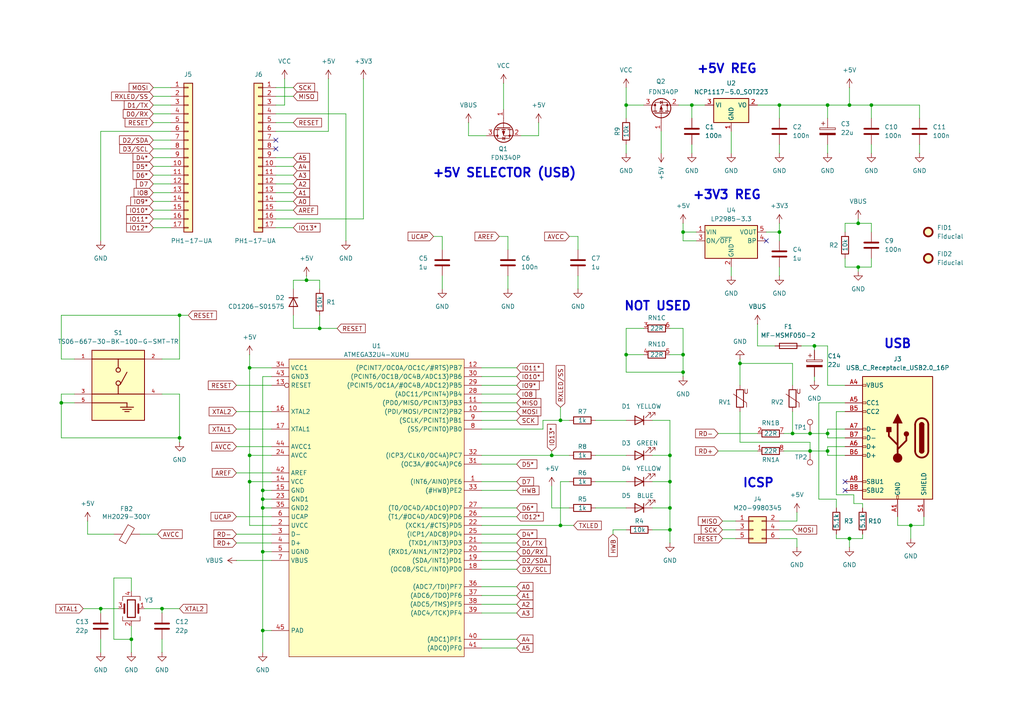
<source format=kicad_sch>
(kicad_sch (version 20231120) (generator "eeschema") (generator_version "8.0")
  (paper "A4")
  (title_block (title "Arduino Micro") (date "2024-05-24") (rev "1") (company "Carlos Sabogal"))
  (junction (at 246.38 30.48))
  (junction (at 162.56 121.92))
  (junction (at 72.39 106.68))
  (junction (at 72.39 132.08))
  (junction (at 181.61 102.87))
  (junction (at 92.71 95.25))
  (junction (at 38.1 185.42))
  (junction (at 252.73 30.48))
  (junction (at 246.38 156.21))
  (junction (at 76.2 182.88))
  (junction (at 194.31 153.67))
  (junction (at 17.78 116.84))
  (junction (at 181.61 30.48))
  (junction (at 236.22 100.33))
  (junction (at 194.31 147.32))
  (junction (at 198.12 102.87))
  (junction (at 52.07 127))
  (junction (at 76.2 147.32))
  (junction (at 160.02 132.08))
  (junction (at 198.12 107.95))
  (junction (at 264.16 152.4))
  (junction (at 248.92 64.77))
  (junction (at 214.63 105.41))
  (junction (at 88.9 81.28))
  (junction (at 194.31 139.7))
  (junction (at 240.03 30.48))
  (junction (at 234.95 130.81))
  (junction (at 198.12 67.31))
  (junction (at 248.92 77.47))
  (junction (at 194.31 132.08))
  (junction (at 76.2 142.24))
  (junction (at 226.06 30.48))
  (junction (at 29.21 176.53))
  (junction (at 229.87 125.73))
  (junction (at 234.95 125.73))
  (junction (at 240.03 125.73))
  (junction (at 162.56 152.4))
  (junction (at 200.66 30.48))
  (junction (at 46.99 176.53))
  (junction (at 240.03 130.81))
  (junction (at 72.39 139.7))
  (junction (at 76.2 160.02))
  (junction (at 52.07 91.44))
  (junction (at 226.06 67.31))
  (junction (at 76.2 144.78))
  (no_connect (at 80.01 40.64))
  (no_connect (at 245.11 142.24))
  (no_connect (at 245.11 139.7))
  (no_connect (at 80.01 43.18))
  (no_connect (at 222.25 69.85))
  (wire (pts (xy 17.78 116.84) (xy 21.59 116.84)))
  (wire (pts (xy 76.2 144.78) (xy 76.2 142.24)))
  (wire (pts (xy 76.2 182.88) (xy 78.74 182.88)))
  (wire (pts (xy 52.07 104.14) (xy 46.99 104.14)))
  (wire (pts (xy 181.61 102.87) (xy 181.61 107.95)))
  (wire (pts (xy 95.25 22.86) (xy 95.25 38.1)))
  (wire (pts (xy 232.41 100.33) (xy 236.22 100.33)))
  (wire (pts (xy 246.38 156.21) (xy 246.38 158.75)))
  (wire (pts (xy 33.02 167.64) (xy 33.02 185.42)))
  (wire (pts (xy 181.61 41.91) (xy 181.61 44.45)))
  (wire (pts (xy 80.01 55.88) (xy 85.09 55.88)))
  (wire (pts (xy 140.97 39.37) (xy 135.89 39.37)))
  (wire (pts (xy 236.22 100.33) (xy 240.03 100.33)))
  (wire (pts (xy 252.73 64.77) (xy 248.92 64.77)))
  (wire (pts (xy 227.33 130.81) (xy 234.95 130.81)))
  (wire (pts (xy 198.12 102.87) (xy 194.31 102.87)))
  (wire (pts (xy 198.12 107.95) (xy 198.12 102.87)))
  (wire (pts (xy 226.06 69.85) (xy 226.06 67.31)))
  (wire (pts (xy 17.78 116.84) (xy 17.78 114.3)))
  (wire (pts (xy 177.8 154.94) (xy 177.8 153.67)))
  (wire (pts (xy 198.12 64.77) (xy 198.12 67.31)))
  (wire (pts (xy 209.55 151.13) (xy 213.36 151.13)))
  (wire (pts (xy 226.06 80.01) (xy 226.06 77.47)))
  (wire (pts (xy 76.2 142.24) (xy 78.74 142.24)))
  (wire (pts (xy 24.13 176.53) (xy 29.21 176.53)))
  (wire (pts (xy 186.69 95.25) (xy 181.61 95.25)))
  (wire (pts (xy 85.09 91.44) (xy 85.09 95.25)))
  (wire (pts (xy 248.92 64.77) (xy 245.11 64.77)))
  (wire (pts (xy 157.48 124.46) (xy 157.48 121.92)))
  (wire (pts (xy 105.41 22.86) (xy 105.41 63.5)))
  (wire (pts (xy 252.73 64.77) (xy 252.73 67.31)))
  (wire (pts (xy 78.74 152.4) (xy 72.39 152.4)))
  (wire (pts (xy 92.71 83.82) (xy 92.71 81.28)))
  (wire (pts (xy 245.11 119.38) (xy 242.57 119.38)))
  (wire (pts (xy 29.21 38.1) (xy 29.21 69.85)))
  (wire (pts (xy 139.7 109.22) (xy 149.86 109.22)))
  (wire (pts (xy 200.66 34.29) (xy 200.66 30.48)))
  (wire (pts (xy 240.03 127) (xy 240.03 125.73)))
  (wire (pts (xy 194.31 95.25) (xy 198.12 95.25)))
  (wire (pts (xy 144.78 68.58) (xy 147.32 68.58)))
  (wire (pts (xy 80.01 50.8) (xy 85.09 50.8)))
  (wire (pts (xy 33.02 185.42) (xy 38.1 185.42)))
  (wire (pts (xy 52.07 114.3) (xy 52.07 127)))
  (wire (pts (xy 88.9 80.01) (xy 88.9 81.28)))
  (wire (pts (xy 147.32 83.82) (xy 147.32 80.01)))
  (wire (pts (xy 44.45 63.5) (xy 49.53 63.5)))
  (wire (pts (xy 44.45 58.42) (xy 49.53 58.42)))
  (wire (pts (xy 229.87 111.76) (xy 229.87 105.41)))
  (wire (pts (xy 246.38 30.48) (xy 240.03 30.48)))
  (wire (pts (xy 44.45 33.02) (xy 49.53 33.02)))
  (wire (pts (xy 246.38 156.21) (xy 250.19 156.21)))
  (wire (pts (xy 267.97 152.4) (xy 267.97 149.86)))
  (wire (pts (xy 46.99 189.23) (xy 46.99 185.42)))
  (wire (pts (xy 128.27 83.82) (xy 128.27 80.01)))
  (wire (pts (xy 240.03 44.45) (xy 240.03 41.91)))
  (wire (pts (xy 88.9 81.28) (xy 85.09 81.28)))
  (wire (pts (xy 72.39 106.68) (xy 72.39 132.08)))
  (wire (pts (xy 240.03 125.73) (xy 240.03 124.46)))
  (wire (pts (xy 234.95 130.81) (xy 240.03 130.81)))
  (wire (pts (xy 250.19 156.21) (xy 250.19 154.94)))
  (wire (pts (xy 246.38 25.4) (xy 246.38 30.48)))
  (wire (pts (xy 212.09 38.1) (xy 212.09 44.45)))
  (wire (pts (xy 227.33 125.73) (xy 229.87 125.73)))
  (wire (pts (xy 139.7 157.48) (xy 149.86 157.48)))
  (wire (pts (xy 68.58 157.48) (xy 78.74 157.48)))
  (wire (pts (xy 191.77 44.45) (xy 191.77 38.1)))
  (wire (pts (xy 72.39 139.7) (xy 72.39 132.08)))
  (wire (pts (xy 172.72 132.08) (xy 181.61 132.08)))
  (wire (pts (xy 44.45 35.56) (xy 49.53 35.56)))
  (wire (pts (xy 44.45 43.18) (xy 49.53 43.18)))
  (wire (pts (xy 245.11 116.84) (xy 237.49 116.84)))
  (wire (pts (xy 139.7 142.24) (xy 149.86 142.24)))
  (wire (pts (xy 97.79 95.25) (xy 92.71 95.25)))
  (wire (pts (xy 236.22 109.22) (xy 236.22 110.49)))
  (wire (pts (xy 248.92 78.74) (xy 248.92 77.47)))
  (wire (pts (xy 250.19 146.05) (xy 250.19 147.32)))
  (wire (pts (xy 139.7 119.38) (xy 149.86 119.38)))
  (wire (pts (xy 80.01 35.56) (xy 85.09 35.56)))
  (wire (pts (xy 78.74 144.78) (xy 76.2 144.78)))
  (wire (pts (xy 76.2 144.78) (xy 76.2 147.32)))
  (wire (pts (xy 245.11 77.47) (xy 245.11 74.93)))
  (wire (pts (xy 80.01 48.26) (xy 85.09 48.26)))
  (wire (pts (xy 219.71 93.98) (xy 219.71 100.33)))
  (wire (pts (xy 181.61 30.48) (xy 181.61 25.4)))
  (wire (pts (xy 52.07 127) (xy 17.78 127)))
  (wire (pts (xy 139.7 160.02) (xy 149.86 160.02)))
  (wire (pts (xy 160.02 147.32) (xy 160.02 140.97)))
  (wire (pts (xy 68.58 129.54) (xy 78.74 129.54)))
  (wire (pts (xy 242.57 143.51) (xy 247.65 143.51)))
  (wire (pts (xy 147.32 68.58) (xy 147.32 72.39)))
  (wire (pts (xy 38.1 181.61) (xy 38.1 185.42)))
  (wire (pts (xy 38.1 185.42) (xy 38.1 189.23)))
  (wire (pts (xy 266.7 44.45) (xy 266.7 41.91)))
  (wire (pts (xy 177.8 153.67) (xy 181.61 153.67)))
  (wire (pts (xy 44.45 66.04) (xy 49.53 66.04)))
  (wire (pts (xy 139.7 154.94) (xy 149.86 154.94)))
  (wire (pts (xy 219.71 130.81) (xy 208.28 130.81)))
  (wire (pts (xy 165.1 68.58) (xy 167.64 68.58)))
  (wire (pts (xy 198.12 69.85) (xy 198.12 67.31)))
  (wire (pts (xy 240.03 30.48) (xy 240.03 34.29)))
  (wire (pts (xy 162.56 152.4) (xy 166.37 152.4)))
  (wire (pts (xy 17.78 91.44) (xy 17.78 104.14)))
  (wire (pts (xy 72.39 139.7) (xy 78.74 139.7)))
  (wire (pts (xy 194.31 132.08) (xy 194.31 139.7)))
  (wire (pts (xy 46.99 177.8) (xy 46.99 176.53)))
  (wire (pts (xy 162.56 121.92) (xy 165.1 121.92)))
  (wire (pts (xy 85.09 81.28) (xy 85.09 83.82)))
  (wire (pts (xy 135.89 35.56) (xy 135.89 39.37)))
  (wire (pts (xy 80.01 45.72) (xy 85.09 45.72)))
  (wire (pts (xy 25.4 151.13) (xy 25.4 154.94)))
  (wire (pts (xy 17.78 104.14) (xy 21.59 104.14)))
  (wire (pts (xy 198.12 67.31) (xy 201.93 67.31)))
  (wire (pts (xy 125.73 68.58) (xy 128.27 68.58)))
  (wire (pts (xy 139.7 149.86) (xy 149.86 149.86)))
  (wire (pts (xy 17.78 114.3) (xy 21.59 114.3)))
  (wire (pts (xy 226.06 44.45) (xy 226.06 41.91)))
  (wire (pts (xy 139.7 134.62) (xy 149.86 134.62)))
  (wire (pts (xy 222.25 67.31) (xy 226.06 67.31)))
  (wire (pts (xy 78.74 109.22) (xy 76.2 109.22)))
  (wire (pts (xy 252.73 77.47) (xy 252.73 74.93)))
  (wire (pts (xy 181.61 102.87) (xy 186.69 102.87)))
  (wire (pts (xy 234.95 125.73) (xy 240.03 125.73)))
  (wire (pts (xy 260.35 149.86) (xy 260.35 152.4)))
  (wire (pts (xy 128.27 68.58) (xy 128.27 72.39)))
  (wire (pts (xy 80.01 53.34) (xy 85.09 53.34)))
  (wire (pts (xy 156.21 35.56) (xy 156.21 39.37)))
  (wire (pts (xy 214.63 111.76) (xy 214.63 105.41)))
  (wire (pts (xy 85.09 95.25) (xy 92.71 95.25)))
  (wire (pts (xy 139.7 124.46) (xy 157.48 124.46)))
  (wire (pts (xy 242.57 147.32) (xy 242.57 144.78)))
  (wire (pts (xy 226.06 64.77) (xy 226.06 67.31)))
  (wire (pts (xy 226.06 153.67) (xy 229.87 153.67)))
  (wire (pts (xy 29.21 189.23) (xy 29.21 185.42)))
  (wire (pts (xy 172.72 121.92) (xy 181.61 121.92)))
  (wire (pts (xy 29.21 177.8) (xy 29.21 176.53)))
  (wire (pts (xy 82.55 30.48) (xy 80.01 30.48)))
  (wire (pts (xy 181.61 107.95) (xy 198.12 107.95)))
  (wire (pts (xy 52.07 128.27) (xy 52.07 127)))
  (wire (pts (xy 219.71 30.48) (xy 226.06 30.48)))
  (wire (pts (xy 248.92 77.47) (xy 252.73 77.47)))
  (wire (pts (xy 260.35 152.4) (xy 264.16 152.4)))
  (wire (pts (xy 189.23 121.92) (xy 194.31 121.92)))
  (wire (pts (xy 92.71 81.28) (xy 88.9 81.28)))
  (wire (pts (xy 41.91 176.53) (xy 46.99 176.53)))
  (wire (pts (xy 139.7 185.42) (xy 149.86 185.42)))
  (wire (pts (xy 209.55 153.67) (xy 213.36 153.67)))
  (wire (pts (xy 139.7 175.26) (xy 149.86 175.26)))
  (wire (pts (xy 68.58 137.16) (xy 78.74 137.16)))
  (wire (pts (xy 78.74 106.68) (xy 72.39 106.68)))
  (wire (pts (xy 25.4 154.94) (xy 33.02 154.94)))
  (wire (pts (xy 49.53 38.1) (xy 29.21 38.1)))
  (wire (pts (xy 172.72 147.32) (xy 181.61 147.32)))
  (wire (pts (xy 237.49 116.84) (xy 237.49 144.78)))
  (wire (pts (xy 72.39 132.08) (xy 78.74 132.08)))
  (wire (pts (xy 92.71 95.25) (xy 92.71 91.44)))
  (wire (pts (xy 38.1 167.64) (xy 33.02 167.64)))
  (wire (pts (xy 44.45 27.94) (xy 49.53 27.94)))
  (wire (pts (xy 264.16 152.4) (xy 267.97 152.4)))
  (wire (pts (xy 139.7 116.84) (xy 149.86 116.84)))
  (wire (pts (xy 266.7 30.48) (xy 266.7 34.29)))
  (wire (pts (xy 242.57 156.21) (xy 246.38 156.21)))
  (wire (pts (xy 40.64 154.94) (xy 45.72 154.94)))
  (wire (pts (xy 72.39 102.87) (xy 72.39 106.68)))
  (wire (pts (xy 78.74 160.02) (xy 76.2 160.02)))
  (wire (pts (xy 100.33 33.02) (xy 80.01 33.02)))
  (wire (pts (xy 162.56 152.4) (xy 139.7 152.4)))
  (wire (pts (xy 44.45 40.64) (xy 49.53 40.64)))
  (wire (pts (xy 139.7 170.18) (xy 149.86 170.18)))
  (wire (pts (xy 165.1 139.7) (xy 162.56 139.7)))
  (wire (pts (xy 139.7 111.76) (xy 149.86 111.76)))
  (wire (pts (xy 240.03 124.46) (xy 245.11 124.46)))
  (wire (pts (xy 139.7 121.92) (xy 149.86 121.92)))
  (wire (pts (xy 68.58 111.76) (xy 78.74 111.76)))
  (wire (pts (xy 200.66 44.45) (xy 200.66 41.91)))
  (wire (pts (xy 181.61 95.25) (xy 181.61 102.87)))
  (wire (pts (xy 139.7 172.72) (xy 149.86 172.72)))
  (wire (pts (xy 80.01 27.94) (xy 85.09 27.94)))
  (wire (pts (xy 194.31 153.67) (xy 194.31 147.32)))
  (wire (pts (xy 72.39 152.4) (xy 72.39 139.7)))
  (wire (pts (xy 252.73 30.48) (xy 252.73 34.29)))
  (wire (pts (xy 139.7 187.96) (xy 149.86 187.96)))
  (wire (pts (xy 229.87 125.73) (xy 229.87 119.38)))
  (wire (pts (xy 242.57 144.78) (xy 237.49 144.78)))
  (wire (pts (xy 236.22 101.6) (xy 236.22 100.33)))
  (wire (pts (xy 17.78 91.44) (xy 52.07 91.44)))
  (wire (pts (xy 44.45 48.26) (xy 49.53 48.26)))
  (wire (pts (xy 44.45 53.34) (xy 49.53 53.34)))
  (wire (pts (xy 194.31 157.48) (xy 194.31 153.67)))
  (wire (pts (xy 194.31 121.92) (xy 194.31 132.08)))
  (wire (pts (xy 248.92 63.5) (xy 248.92 64.77)))
  (wire (pts (xy 68.58 124.46) (xy 78.74 124.46)))
  (wire (pts (xy 242.57 119.38) (xy 242.57 143.51)))
  (wire (pts (xy 76.2 160.02) (xy 76.2 147.32)))
  (wire (pts (xy 189.23 153.67) (xy 194.31 153.67)))
  (wire (pts (xy 189.23 132.08) (xy 194.31 132.08)))
  (wire (pts (xy 231.14 148.59) (xy 231.14 151.13)))
  (wire (pts (xy 204.47 30.48) (xy 200.66 30.48)))
  (wire (pts (xy 214.63 119.38) (xy 214.63 128.27)))
  (wire (pts (xy 226.06 30.48) (xy 226.06 34.29)))
  (wire (pts (xy 189.23 139.7) (xy 194.31 139.7)))
  (wire (pts (xy 234.95 128.27) (xy 234.95 130.81)))
  (wire (pts (xy 139.7 177.8) (xy 149.86 177.8)))
  (wire (pts (xy 156.21 39.37) (xy 151.13 39.37)))
  (wire (pts (xy 146.05 24.13) (xy 146.05 31.75)))
  (wire (pts (xy 231.14 151.13) (xy 226.06 151.13)))
  (wire (pts (xy 44.45 25.4) (xy 49.53 25.4)))
  (wire (pts (xy 80.01 58.42) (xy 85.09 58.42)))
  (wire (pts (xy 157.48 121.92) (xy 162.56 121.92)))
  (wire (pts (xy 208.28 125.73) (xy 219.71 125.73)))
  (wire (pts (xy 231.14 156.21) (xy 226.06 156.21)))
  (wire (pts (xy 242.57 156.21) (xy 242.57 154.94)))
  (wire (pts (xy 219.71 100.33) (xy 224.79 100.33)))
  (wire (pts (xy 240.03 100.33) (xy 240.03 111.76)))
  (wire (pts (xy 44.45 55.88) (xy 49.53 55.88)))
  (wire (pts (xy 234.95 125.73) (xy 229.87 125.73)))
  (wire (pts (xy 46.99 114.3) (xy 52.07 114.3)))
  (wire (pts (xy 17.78 127) (xy 17.78 116.84)))
  (wire (pts (xy 198.12 109.22) (xy 198.12 107.95)))
  (wire (pts (xy 46.99 176.53) (xy 52.07 176.53)))
  (wire (pts (xy 181.61 34.29) (xy 181.61 30.48)))
  (wire (pts (xy 76.2 160.02) (xy 76.2 182.88)))
  (wire (pts (xy 240.03 129.54) (xy 245.11 129.54)))
  (wire (pts (xy 105.41 63.5) (xy 80.01 63.5)))
  (wire (pts (xy 139.7 165.1) (xy 149.86 165.1)))
  (wire (pts (xy 80.01 60.96) (xy 85.09 60.96)))
  (wire (pts (xy 214.63 128.27) (xy 234.95 128.27)))
  (wire (pts (xy 44.45 45.72) (xy 49.53 45.72)))
  (wire (pts (xy 181.61 30.48) (xy 186.69 30.48)))
  (wire (pts (xy 167.64 68.58) (xy 167.64 72.39)))
  (wire (pts (xy 76.2 109.22) (xy 76.2 142.24)))
  (wire (pts (xy 245.11 77.47) (xy 248.92 77.47)))
  (wire (pts (xy 245.11 64.77) (xy 245.11 67.31)))
  (wire (pts (xy 165.1 132.08) (xy 160.02 132.08)))
  (wire (pts (xy 246.38 30.48) (xy 252.73 30.48)))
  (wire (pts (xy 172.72 139.7) (xy 181.61 139.7)))
  (wire (pts (xy 68.58 119.38) (xy 78.74 119.38)))
  (wire (pts (xy 162.56 118.11) (xy 162.56 121.92)))
  (wire (pts (xy 52.07 91.44) (xy 52.07 104.14)))
  (wire (pts (xy 264.16 152.4) (xy 264.16 156.21)))
  (wire (pts (xy 139.7 147.32) (xy 149.86 147.32)))
  (wire (pts (xy 139.7 106.68) (xy 149.86 106.68)))
  (wire (pts (xy 80.01 25.4) (xy 85.09 25.4)))
  (wire (pts (xy 247.65 146.05) (xy 250.19 146.05)))
  (wire (pts (xy 78.74 147.32) (xy 76.2 147.32)))
  (wire (pts (xy 198.12 95.25) (xy 198.12 102.87)))
  (wire (pts (xy 162.56 139.7) (xy 162.56 152.4)))
  (wire (pts (xy 240.03 132.08) (xy 240.03 130.81)))
  (wire (pts (xy 247.65 143.51) (xy 247.65 146.05)))
  (wire (pts (xy 209.55 156.21) (xy 213.36 156.21)))
  (wire (pts (xy 212.09 80.01) (xy 212.09 77.47)))
  (wire (pts (xy 165.1 147.32) (xy 160.02 147.32)))
  (wire (pts (xy 44.45 30.48) (xy 49.53 30.48)))
  (wire (pts (xy 52.07 91.44) (xy 54.61 91.44)))
  (wire (pts (xy 44.45 60.96) (xy 49.53 60.96)))
  (wire (pts (xy 139.7 162.56) (xy 149.86 162.56)))
  (wire (pts (xy 214.63 105.41) (xy 229.87 105.41)))
  (wire (pts (xy 44.45 50.8) (xy 49.53 50.8)))
  (wire (pts (xy 95.25 38.1) (xy 80.01 38.1)))
  (wire (pts (xy 80.01 66.04) (xy 85.09 66.04)))
  (wire (pts (xy 194.31 139.7) (xy 194.31 147.32)))
  (wire (pts (xy 189.23 147.32) (xy 194.31 147.32)))
  (wire (pts (xy 252.73 44.45) (xy 252.73 41.91)))
  (wire (pts (xy 201.93 69.85) (xy 198.12 69.85)))
  (wire (pts (xy 139.7 139.7) (xy 149.86 139.7)))
  (wire (pts (xy 68.58 149.86) (xy 78.74 149.86)))
  (wire (pts (xy 82.55 22.86) (xy 82.55 30.48)))
  (wire (pts (xy 231.14 156.21) (xy 231.14 158.75)))
  (wire (pts (xy 240.03 111.76) (xy 245.11 111.76)))
  (wire (pts (xy 29.21 176.53) (xy 34.29 176.53)))
  (wire (pts (xy 196.85 30.48) (xy 200.66 30.48)))
  (wire (pts (xy 245.11 127) (xy 240.03 127)))
  (wire (pts (xy 240.03 130.81) (xy 240.03 129.54)))
  (wire (pts (xy 68.58 162.56) (xy 78.74 162.56)))
  (wire (pts (xy 240.03 30.48) (xy 226.06 30.48)))
  (wire (pts (xy 68.58 154.94) (xy 78.74 154.94)))
  (wire (pts (xy 252.73 30.48) (xy 266.7 30.48)))
  (wire (pts (xy 139.7 114.3) (xy 149.86 114.3)))
  (wire (pts (xy 167.64 83.82) (xy 167.64 80.01)))
  (wire (pts (xy 160.02 132.08) (xy 139.7 132.08)))
  (wire (pts (xy 100.33 69.85) (xy 100.33 33.02)))
  (wire (pts (xy 76.2 182.88) (xy 76.2 189.23)))
  (wire (pts (xy 214.63 104.14) (xy 214.63 105.41)))
  (wire (pts (xy 160.02 130.81) (xy 160.02 132.08)))
  (wire (pts (xy 245.11 132.08) (xy 240.03 132.08)))
  (wire (pts (xy 38.1 171.45) (xy 38.1 167.64)))
  (text "ICSP" (at 219.964 140.208 0) (effects (font (size 2.54 2.54) (thickness 0.508) (bold yes))))
  (text "+3V3 REG" (at 210.82 56.642 0) (effects (font (size 2.54 2.54) (thickness 0.508) (bold yes))))
  (text "+5V REG" (at 210.82 20.066 0) (effects (font (size 2.54 2.54) (thickness 0.508) (bold yes))))
  (text "NOT USED" (at 190.754 88.9 0) (effects (font (size 2.54 2.54) (thickness 0.508) (bold yes))))
  (text "USB" (at 260.35 99.822 0) (effects (font (size 2.54 2.54) (thickness 0.508) (bold yes))))
  (text "+5V SELECTOR (USB)" (at 146.304 50.292 0) (effects (font (size 2.54 2.54) (thickness 0.508) (bold yes))))
  (global_label "A5" (shape input) (at 149.86 187.96 0) (property "Intersheetrefs" "${INTERSHEET_REFS}" (effects (hide yes))))
  (global_label "MISO" (shape input) (at 209.55 151.13 180) (property "Intersheetrefs" "${INTERSHEET_REFS}" (effects (hide yes))))
  (global_label "XTAL1" (shape input) (at 24.13 176.53 180) (property "Intersheetrefs" "${INTERSHEET_REFS}" (effects (hide yes))))
  (global_label "D1{slash}TX" (shape input) (at 149.86 157.48 0) (property "Intersheetrefs" "${INTERSHEET_REFS}" (effects (hide yes))))
  (global_label "SCK" (shape input) (at 85.09 25.4 0) (property "Intersheetrefs" "${INTERSHEET_REFS}" (effects (hide yes))))
  (global_label "A4" (shape input) (at 149.86 185.42 0) (property "Intersheetrefs" "${INTERSHEET_REFS}" (effects (hide yes))))
  (global_label "RESET" (shape input) (at 209.55 156.21 180) (property "Intersheetrefs" "${INTERSHEET_REFS}" (effects (hide yes))))
  (global_label "MISO" (shape input) (at 85.09 27.94 0) (property "Intersheetrefs" "${INTERSHEET_REFS}" (effects (hide yes))))
  (global_label "D6*" (shape input) (at 149.86 147.32 0) (property "Intersheetrefs" "${INTERSHEET_REFS}" (effects (hide yes))))
  (global_label "IO12*" (shape input) (at 149.86 149.86 0) (property "Intersheetrefs" "${INTERSHEET_REFS}" (effects (hide yes))))
  (global_label "RXLED{slash}SS" (shape input) (at 44.45 27.94 180) (property "Intersheetrefs" "${INTERSHEET_REFS}" (effects (hide yes))))
  (global_label "MISO" (shape input) (at 149.86 116.84 0) (property "Intersheetrefs" "${INTERSHEET_REFS}" (effects (hide yes))))
  (global_label "A0" (shape input) (at 85.09 58.42 0) (property "Intersheetrefs" "${INTERSHEET_REFS}" (effects (hide yes))))
  (global_label "RD-" (shape input) (at 208.28 125.73 180) (property "Intersheetrefs" "${INTERSHEET_REFS}" (effects (hide yes))))
  (global_label "D1{slash}TX" (shape input) (at 44.45 30.48 180) (property "Intersheetrefs" "${INTERSHEET_REFS}" (effects (hide yes))))
  (global_label "IO8" (shape input) (at 44.45 55.88 180) (property "Intersheetrefs" "${INTERSHEET_REFS}" (effects (hide yes))))
  (global_label "MOSI" (shape input) (at 229.87 153.67 0) (property "Intersheetrefs" "${INTERSHEET_REFS}" (effects (hide yes))))
  (global_label "RD+" (shape input) (at 68.58 157.48 180) (property "Intersheetrefs" "${INTERSHEET_REFS}" (effects (hide yes))))
  (global_label "IO8" (shape input) (at 149.86 114.3 0) (property "Intersheetrefs" "${INTERSHEET_REFS}" (effects (hide yes))))
  (global_label "MOSI" (shape input) (at 149.86 119.38 0) (property "Intersheetrefs" "${INTERSHEET_REFS}" (effects (hide yes))))
  (global_label "A3" (shape input) (at 85.09 50.8 0) (property "Intersheetrefs" "${INTERSHEET_REFS}" (effects (hide yes))))
  (global_label "D5*" (shape input) (at 44.45 48.26 180) (property "Intersheetrefs" "${INTERSHEET_REFS}" (effects (hide yes))))
  (global_label "D6*" (shape input) (at 44.45 50.8 180) (property "Intersheetrefs" "${INTERSHEET_REFS}" (effects (hide yes))))
  (global_label "RXLED{slash}SS" (shape input) (at 162.56 118.11 90) (property "Intersheetrefs" "${INTERSHEET_REFS}" (effects (hide yes))))
  (global_label "AVCC" (shape input) (at 165.1 68.58 180) (property "Intersheetrefs" "${INTERSHEET_REFS}" (effects (hide yes))))
  (global_label "RESET" (shape input) (at 54.61 91.44 0) (property "Intersheetrefs" "${INTERSHEET_REFS}" (effects (hide yes))))
  (global_label "D2{slash}SDA" (shape input) (at 44.45 40.64 180) (property "Intersheetrefs" "${INTERSHEET_REFS}" (effects (hide yes))))
  (global_label "IO11*" (shape input) (at 149.86 106.68 0) (property "Intersheetrefs" "${INTERSHEET_REFS}" (effects (hide yes))))
  (global_label "A5" (shape input) (at 85.09 45.72 0) (property "Intersheetrefs" "${INTERSHEET_REFS}" (effects (hide yes))))
  (global_label "IO13*" (shape input) (at 85.09 66.04 0) (property "Intersheetrefs" "${INTERSHEET_REFS}" (effects (hide yes))))
  (global_label "A1" (shape input) (at 85.09 55.88 0) (property "Intersheetrefs" "${INTERSHEET_REFS}" (effects (hide yes))))
  (global_label "IO13*" (shape input) (at 160.02 130.81 90) (property "Intersheetrefs" "${INTERSHEET_REFS}" (effects (hide yes))))
  (global_label "D3{slash}SCL" (shape input) (at 44.45 43.18 180) (property "Intersheetrefs" "${INTERSHEET_REFS}" (effects (hide yes))))
  (global_label "RD-" (shape input) (at 68.58 154.94 180) (property "Intersheetrefs" "${INTERSHEET_REFS}" (effects (hide yes))))
  (global_label "XTAL1" (shape input) (at 68.58 124.46 180) (property "Intersheetrefs" "${INTERSHEET_REFS}" (effects (hide yes))))
  (global_label "A2" (shape input) (at 85.09 53.34 0) (property "Intersheetrefs" "${INTERSHEET_REFS}" (effects (hide yes))))
  (global_label "D7" (shape input) (at 44.45 53.34 180) (property "Intersheetrefs" "${INTERSHEET_REFS}" (effects (hide yes))))
  (global_label "UCAP" (shape input) (at 125.73 68.58 180) (property "Intersheetrefs" "${INTERSHEET_REFS}" (effects (hide yes))))
  (global_label "D5*" (shape input) (at 149.86 134.62 0) (property "Intersheetrefs" "${INTERSHEET_REFS}" (effects (hide yes))))
  (global_label "RESET" (shape input) (at 44.45 35.56 180) (property "Intersheetrefs" "${INTERSHEET_REFS}" (effects (hide yes))))
  (global_label "AREF" (shape input) (at 85.09 60.96 0) (property "Intersheetrefs" "${INTERSHEET_REFS}" (effects (hide yes))))
  (global_label "RESET" (shape input) (at 85.09 35.56 0) (property "Intersheetrefs" "${INTERSHEET_REFS}" (effects (hide yes))))
  (global_label "D0{slash}RX" (shape input) (at 44.45 33.02 180) (property "Intersheetrefs" "${INTERSHEET_REFS}" (effects (hide yes))))
  (global_label "AVCC" (shape input) (at 45.72 154.94 0) (property "Intersheetrefs" "${INTERSHEET_REFS}" (effects (hide yes))))
  (global_label "A3" (shape input) (at 149.86 177.8 0) (property "Intersheetrefs" "${INTERSHEET_REFS}" (effects (hide yes))))
  (global_label "AVCC" (shape input) (at 68.58 129.54 180) (property "Intersheetrefs" "${INTERSHEET_REFS}" (effects (hide yes))))
  (global_label "UCAP" (shape input) (at 68.58 149.86 180) (property "Intersheetrefs" "${INTERSHEET_REFS}" (effects (hide yes))))
  (global_label "XTAL2" (shape input) (at 68.58 119.38 180) (property "Intersheetrefs" "${INTERSHEET_REFS}" (effects (hide yes))))
  (global_label "A4" (shape input) (at 85.09 48.26 0) (property "Intersheetrefs" "${INTERSHEET_REFS}" (effects (hide yes))))
  (global_label "IO11*" (shape input) (at 44.45 63.5 180) (property "Intersheetrefs" "${INTERSHEET_REFS}" (effects (hide yes))))
  (global_label "A2" (shape input) (at 149.86 175.26 0) (property "Intersheetrefs" "${INTERSHEET_REFS}" (effects (hide yes))))
  (global_label "D3{slash}SCL" (shape input) (at 149.86 165.1 0) (property "Intersheetrefs" "${INTERSHEET_REFS}" (effects (hide yes))))
  (global_label "IO12*" (shape input) (at 44.45 66.04 180) (property "Intersheetrefs" "${INTERSHEET_REFS}" (effects (hide yes))))
  (global_label "MOSI" (shape input) (at 44.45 25.4 180) (property "Intersheetrefs" "${INTERSHEET_REFS}" (effects (hide yes))))
  (global_label "TXLED" (shape input) (at 166.37 152.4 0) (property "Intersheetrefs" "${INTERSHEET_REFS}" (effects (hide yes))))
  (global_label "D4*" (shape input) (at 44.45 45.72 180) (property "Intersheetrefs" "${INTERSHEET_REFS}" (effects (hide yes))))
  (global_label "D7" (shape input) (at 149.86 139.7 0) (property "Intersheetrefs" "${INTERSHEET_REFS}" (effects (hide yes))))
  (global_label "HWB" (shape input) (at 149.86 142.24 0) (property "Intersheetrefs" "${INTERSHEET_REFS}" (effects (hide yes))))
  (global_label "IO9*" (shape input) (at 44.45 58.42 180) (property "Intersheetrefs" "${INTERSHEET_REFS}" (effects (hide yes))))
  (global_label "IO9*" (shape input) (at 149.86 111.76 0) (property "Intersheetrefs" "${INTERSHEET_REFS}" (effects (hide yes))))
  (global_label "IO10*" (shape input) (at 44.45 60.96 180) (property "Intersheetrefs" "${INTERSHEET_REFS}" (effects (hide yes))))
  (global_label "IO10*" (shape input) (at 149.86 109.22 0) (property "Intersheetrefs" "${INTERSHEET_REFS}" (effects (hide yes))))
  (global_label "RESET" (shape input) (at 97.79 95.25 0) (property "Intersheetrefs" "${INTERSHEET_REFS}" (effects (hide yes))))
  (global_label "AREF" (shape input) (at 68.58 137.16 180) (property "Intersheetrefs" "${INTERSHEET_REFS}" (effects (hide yes))))
  (global_label "D0{slash}RX" (shape input) (at 149.86 160.02 0) (property "Intersheetrefs" "${INTERSHEET_REFS}" (effects (hide yes))))
  (global_label "RD+" (shape input) (at 208.28 130.81 180) (property "Intersheetrefs" "${INTERSHEET_REFS}" (effects (hide yes))))
  (global_label "SCK" (shape input) (at 149.86 121.92 0) (property "Intersheetrefs" "${INTERSHEET_REFS}" (effects (hide yes))))
  (global_label "SCK" (shape input) (at 209.55 153.67 180) (property "Intersheetrefs" "${INTERSHEET_REFS}" (effects (hide yes))))
  (global_label "A1" (shape input) (at 149.86 172.72 0) (property "Intersheetrefs" "${INTERSHEET_REFS}" (effects (hide yes))))
  (global_label "RESET" (shape input) (at 68.58 111.76 180) (property "Intersheetrefs" "${INTERSHEET_REFS}" (effects (hide yes))))
  (global_label "XTAL2" (shape input) (at 52.07 176.53 0) (property "Intersheetrefs" "${INTERSHEET_REFS}" (effects (hide yes))))
  (global_label "D2{slash}SDA" (shape input) (at 149.86 162.56 0) (property "Intersheetrefs" "${INTERSHEET_REFS}" (effects (hide yes))))
  (global_label "A0" (shape input) (at 149.86 170.18 0) (property "Intersheetrefs" "${INTERSHEET_REFS}" (effects (hide yes))))
  (global_label "D4*" (shape input) (at 149.86 154.94 0) (property "Intersheetrefs" "${INTERSHEET_REFS}" (effects (hide yes))))
  (global_label "AREF" (shape input) (at 144.78 68.58 180) (property "Intersheetrefs" "${INTERSHEET_REFS}" (effects (hide yes))))
  (global_label "HWB" (shape input) (at 177.8 154.94 270) (property "Intersheetrefs" "${INTERSHEET_REFS}" (effects (hide yes))))
  (symbol (lib_id "Device:Q_PMOS_GSD") (at 191.77 33.02 90) (unit 1)
    (property "Reference" "Q2" (at 193.04 23.622 90) (effects (justify left)))
    (property "Value" "FDN340P" (at 196.85 26.67 90) (effects (justify left)))
    (property "Footprint" "Package_TO_SOT_SMD:SC-59" (effects (hide yes)))
    (property "Description" "P-MOSFET transistor, gate/source/drain" (effects (hide yes)))
  )
  (symbol (lib_id "Mechanical:Fiducial") (at 269.24 74.93 0) (unit 1) (exclude_from_sim yes) (in_bom no)
    (property "Reference" "FID2" (at 271.78 73.6599 0) (effects (justify left)))
    (property "Value" "Fiducial" (at 271.78 76.1999 0) (effects (justify left)))
    (property "Footprint" "Fiducial:Fiducial_1mm_Mask2mm" (effects (hide yes)))
    (property "Description" "Fiducial Marker" (effects (hide yes)))
  )
  (symbol (lib_id "power:VCC") (at 82.55 22.86 0) (unit 1)
    (property "Reference" "#PWR041" (effects (hide yes)))
    (property "Value" "VCC" (at 82.55 17.78 0))
    (property "Description" "Power symbol creates a global label with name \"VCC\"" (effects (hide yes)))
  )
  (symbol (lib_id "power:GND") (at 212.09 44.45 0) (unit 1)
    (property "Reference" "#PWR054" (effects (hide yes)))
    (property "Value" "GND" (at 212.09 49.53 0))
    (property "Description" "Power symbol creates a global label with name \"GND\" , ground" (effects (hide yes)))
  )
  (symbol (lib_id "Connector:TestPoint") (at 234.95 125.73 0) (unit 1)
    (property "Reference" "TP1" (at 230.378 123.952 0) (effects (justify left)))
    (property "Value" "TestPoint" (effects (hide yes)))
    (property "Footprint" "TestPoint:TestPoint_Pad_D1.0mm" (effects (hide yes)))
    (property "Description" "test point" (effects (hide yes)))
  )
  (symbol (lib_id "Device:C") (at 167.64 76.2 0) (unit 1)
    (property "Reference" "C7" (at 171.45 74.9299 0) (effects (justify left)))
    (property "Value" "1u" (at 171.45 77.4699 0) (effects (justify left)))
    (property "Footprint" "Capacitor_SMD:C_0402_1005Metric" (effects (hide yes)))
    (property "Description" "Unpolarized capacitor" (effects (hide yes)))
  )
  (symbol (lib_id "power:GND") (at 212.09 80.01 0) (unit 1)
    (property "Reference" "#PWR010" (effects (hide yes)))
    (property "Value" "GND" (at 212.09 85.09 0))
    (property "Description" "Power symbol creates a global label with name \"GND\" , ground" (effects (hide yes)))
  )
  (symbol (lib_id "power:+5V") (at 191.77 44.45 180) (unit 1)
    (property "Reference" "#PWR040" (effects (hide yes)))
    (property "Value" "+5V" (at 191.7699 48.26 90) (effects (justify left)))
    (property "Description" "Power symbol creates a global label with name \"+5V\"" (effects (hide yes)))
  )
  (symbol (lib_id "power:GND") (at 29.21 189.23 0) (unit 1)
    (property "Reference" "#PWR019" (effects (hide yes)))
    (property "Value" "GND" (at 29.21 194.31 0))
    (property "Description" "Power symbol creates a global label with name \"GND\" , ground" (effects (hide yes)))
  )
  (symbol (lib_id "power:+5V") (at 88.9 80.01 0) (unit 1)
    (property "Reference" "#PWR04" (effects (hide yes)))
    (property "Value" "+5V" (at 88.9 74.93 0))
    (property "Description" "Power symbol creates a global label with name \"+5V\"" (effects (hide yes)))
  )
  (symbol (lib_id "Device:R") (at 250.19 151.13 0) (unit 1)
    (property "Reference" "R10" (at 253.746 151.13 0))
    (property "Value" "5.1k" (at 250.19 151.13 90))
    (property "Footprint" "Resistor_SMD:R_0402_1005Metric" (effects (hide yes)))
    (property "Description" "Resistor" (effects (hide yes)))
  )
  (symbol (lib_id "power:GND") (at 128.27 83.82 0) (unit 1)
    (property "Reference" "#PWR021" (effects (hide yes)))
    (property "Value" "GND" (at 128.27 88.9 0))
    (property "Description" "Power symbol creates a global label with name \"GND\" , ground" (effects (hide yes)))
  )
  (symbol (lib_id "power:GND") (at 194.31 157.48 0) (unit 1)
    (property "Reference" "#PWR05" (effects (hide yes)))
    (property "Value" "GND" (at 194.31 162.56 0))
    (property "Description" "Power symbol creates a global label with name \"GND\" , ground" (effects (hide yes)))
  )
  (symbol (lib_id "power:GND") (at 181.61 44.45 0) (unit 1)
    (property "Reference" "#PWR047" (effects (hide yes)))
    (property "Value" "GND" (at 181.61 49.53 0))
    (property "Description" "Power symbol creates a global label with name \"GND\" , ground" (effects (hide yes)))
  )
  (symbol (lib_id "Arduino Micro:ATMEGA32U4-XUMU") (at 83.82 190.5 0) (unit 1)
    (property "Reference" "U1" (at 109.22 100.33 0))
    (property "Value" "ATMEGA32U4-XUMU" (at 109.22 102.87 0))
    (property "Footprint" "Package_DFN_QFN:TQFN-44-1EP_7x7mm_P0.5mm_EP4.7x4.7mm" (effects (hide yes)))
  )
  (symbol (lib_id "Connector_Generic:Conn_01x17") (at 54.61 45.72 0) (unit 1)
    (property "Reference" "J5" (at 53.34 21.59 0) (effects (justify left)))
    (property "Value" "PH1-17-UA" (at 49.53 69.85 0) (effects (justify left)))
    (property "Footprint" "Connector_PinHeader_2.54mm:PinHeader_1x17_P2.54mm_Vertical" (effects (hide yes)))
    (property "Description" "Generic connector, single row, 01x17, script generated (kicad-library-utils/schlib/autogen/connector/)" (effects (hide yes)))
  )
  (symbol (lib_id "Device:C") (at 226.06 38.1 0) (unit 1)
    (property "Reference" "C2" (at 229.87 36.8299 0) (effects (justify left)))
    (property "Value" "100n" (at 229.87 39.3699 0) (effects (justify left)))
    (property "Footprint" "Capacitor_SMD:C_0402_1005Metric" (effects (hide yes)))
    (property "Description" "Unpolarized capacitor" (effects (hide yes)))
  )
  (symbol (lib_id "power:VBUS") (at 68.58 162.56 90) (unit 1)
    (property "Reference" "#PWR046" (effects (hide yes)))
    (property "Value" "VBUS" (at 64.77 162.5599 90) (effects (justify left)))
    (property "Description" "Power symbol creates a global label with name \"VBUS\"" (effects (hide yes)))
  )
  (symbol (lib_id "Device:R") (at 181.61 38.1 180) (unit 1)
    (property "Reference" "R9" (at 179.07 38.1 90))
    (property "Value" "10k" (at 181.61 38.1 90))
    (property "Footprint" "Resistor_SMD:R_0402_1005Metric" (effects (hide yes)))
    (property "Description" "Resistor" (effects (hide yes)))
  )
  (symbol (lib_id "Device:C") (at 266.7 38.1 0) (unit 1)
    (property "Reference" "C11" (at 270.51 36.8299 0) (effects (justify left)))
    (property "Value" "100n" (at 270.51 39.3699 0) (effects (justify left)))
    (property "Footprint" "Capacitor_SMD:C_0402_1005Metric" (effects (hide yes)))
    (property "Description" "Unpolarized capacitor" (effects (hide yes)))
  )
  (symbol (lib_id "Connector_Generic:Conn_02x03_Odd_Even") (at 218.44 153.67 0) (unit 1)
    (property "Reference" "J4" (at 219.71 144.78 0))
    (property "Value" "M20-9980345" (at 219.71 147.32 0))
    (property "Footprint" "Connector_PinHeader_2.54mm:PinHeader_2x03_P2.54mm_Vertical" (effects (hide yes)))
    (property "Description" "Generic connector, double row, 02x03, odd/even pin numbering scheme (row 1 odd numbers, row 2 even numbers), script generated (kicad-library-utils/schlib/autogen/connector/)" (effects (hide yes)))
  )
  (symbol (lib_id "power:GND") (at 147.32 83.82 0) (unit 1)
    (property "Reference" "#PWR025" (effects (hide yes)))
    (property "Value" "GND" (at 147.32 88.9 0))
    (property "Description" "Power symbol creates a global label with name \"GND\" , ground" (effects (hide yes)))
  )
  (symbol (lib_id "Regulator_Linear:NCP1117-5.0_SOT223") (at 212.09 30.48 0) (unit 1)
    (property "Reference" "U2" (at 212.09 24.13 0))
    (property "Value" "NCP1117-5.0_SOT223" (at 212.09 26.67 0))
    (property "Footprint" "Package_TO_SOT_SMD:SOT-223-3_TabPin2" (effects (hide yes)))
    (property "Datasheet" "http://www.onsemi.com/pub_link/Collateral/NCP1117-D.PDF" (effects (hide yes)))
    (property "Description" "1A Low drop-out regulator, Fixed Output 5V, SOT-223" (effects (hide yes)))
  )
  (symbol (lib_id "power:GND") (at 76.2 189.23 0) (unit 1)
    (property "Reference" "#PWR03" (effects (hide yes)))
    (property "Value" "GND" (at 76.2 194.31 0))
    (property "Description" "Power symbol creates a global label with name \"GND\" , ground" (effects (hide yes)))
  )
  (symbol (lib_id "Mechanical:Fiducial") (at 269.24 67.31 0) (unit 1) (exclude_from_sim yes) (in_bom no)
    (property "Reference" "FID1" (at 271.78 66.0399 0) (effects (justify left)))
    (property "Value" "Fiducial" (at 271.78 68.5799 0) (effects (justify left)))
    (property "Footprint" "Fiducial:Fiducial_1mm_Mask2mm" (effects (hide yes)))
    (property "Description" "Fiducial Marker" (effects (hide yes)))
  )
  (symbol (lib_id "power:GND") (at 198.12 109.22 0) (unit 1)
    (property "Reference" "#PWR051" (effects (hide yes)))
    (property "Value" "GND" (at 198.12 114.3 0))
    (property "Description" "Power symbol creates a global label with name \"GND\" , ground" (effects (hide yes)))
  )
  (symbol (lib_id "Device:C") (at 147.32 76.2 0) (unit 1)
    (property "Reference" "C6" (at 151.13 74.9299 0) (effects (justify left)))
    (property "Value" "100n" (at 151.13 77.4699 0) (effects (justify left)))
    (property "Footprint" "Capacitor_SMD:C_0402_1005Metric" (effects (hide yes)))
    (property "Description" "Unpolarized capacitor" (effects (hide yes)))
  )
  (symbol (lib_id "Device:LED") (at 185.42 132.08 180) (unit 1)
    (property "Reference" "D3" (at 181.61 128.524 0))
    (property "Value" "GREEN" (at 187.706 128.524 0))
    (property "Footprint" "LED_SMD:LED_0805_2012Metric" (effects (hide yes)))
    (property "Description" "Light emitting diode" (effects (hide yes)))
  )
  (symbol (lib_id "Device:LED") (at 185.42 121.92 180) (unit 1)
    (property "Reference" "D1" (at 181.61 117.856 0))
    (property "Value" "YELLOW" (at 188.214 117.856 0))
    (property "Footprint" "LED_SMD:LED_0805_2012Metric" (effects (hide yes)))
    (property "Description" "Light emitting diode" (effects (hide yes)))
  )
  (symbol (lib_id "power:GND") (at 264.16 156.21 0) (unit 1)
    (property "Reference" "#PWR01" (effects (hide yes)))
    (property "Value" "GND" (at 264.16 161.29 0))
    (property "Description" "Power symbol creates a global label with name \"GND\" , ground" (effects (hide yes)))
  )
  (symbol (lib_id "power:+5V") (at 246.38 25.4 0) (unit 1)
    (property "Reference" "#PWR053" (effects (hide yes)))
    (property "Value" "+5V" (at 246.38 20.32 0))
    (property "Description" "Power symbol creates a global label with name \"+5V\"" (effects (hide yes)))
  )
  (symbol (lib_id "Device:Crystal_GND24") (at 38.1 176.53 180) (unit 1)
    (property "Reference" "Y3" (at 43.18 174.1168 0))
    (property "Value" "ECS-160-18-33-JGN-TR" (effects (hide yes)))
    (property "Footprint" "Crystal:Crystal_SMD_SeikoEpson_FA238-4Pin_3.2x2.5mm" (effects (hide yes)))
    (property "Description" "Four pin crystal, GND on pins 2 and 4" (effects (hide yes)))
  )
  (symbol (lib_id "Connector:TestPoint") (at 234.95 130.81 180) (unit 1)
    (property "Reference" "TP2" (at 234.188 132.588 0) (effects (justify left)))
    (property "Value" "TestPoint" (effects (hide yes)))
    (property "Footprint" "TestPoint:TestPoint_Pad_D1.0mm" (effects (hide yes)))
    (property "Description" "test point" (effects (hide yes)))
  )
  (symbol (lib_id "power:GND") (at 167.64 83.82 0) (unit 1)
    (property "Reference" "#PWR020" (effects (hide yes)))
    (property "Value" "GND" (at 167.64 88.9 0))
    (property "Description" "Power symbol creates a global label with name \"GND\" , ground" (effects (hide yes)))
  )
  (symbol (lib_id "Connector:USB_C_Receptacle_USB2.0_16P") (at 260.35 127 0) (mirror y) (unit 1)
    (property "Reference" "J3" (at 260.35 104.14 0))
    (property "Value" "USB_C_Receptacle_USB2.0_16P" (at 260.35 106.68 0))
    (property "Footprint" "Connector_USB:USB_C_Receptacle_GCT_USB4110" (effects (hide yes)))
    (property "Datasheet" "https://www.usb.org/sites/default/files/documents/usb_type-c.zip" (effects (hide yes)))
    (property "Description" "USB 2.0-only 16P Type-C Receptacle connector" (effects (hide yes)))
  )
  (symbol (lib_id "power:VCC") (at 146.05 24.13 0) (unit 1)
    (property "Reference" "#PWR012" (effects (hide yes)))
    (property "Value" "VCC" (at 146.05 19.05 0))
    (property "Description" "Power symbol creates a global label with name \"VCC\"" (effects (hide yes)))
  )
  (symbol (lib_id "Device:Varistor") (at 229.87 115.57 180) (unit 1)
    (property "Reference" "RV2" (at 227.33 116.6468 0) (effects (justify left)))
    (property "Value" "CG0603MLC-05E" (effects (hide yes)))
    (property "Footprint" "Resistor_SMD:R_0603_1608Metric" (effects (hide yes)))
    (property "Description" "Voltage dependent resistor" (effects (hide yes)))
    (property "Sim.Name" "kicad_builtin_varistor" (effects (hide yes)))
    (property "Sim.Device" "SUBCKT" (effects (hide yes)))
    (property "Sim.Pins" "1=A 2=B" (effects (hide yes)))
    (property "Sim.Params" "threshold=1k" (effects (hide yes)))
    (property "Sim.Library" "${KICAD7_SYMBOL_DIR}/Simulation_SPICE.sp" (effects (hide yes)))
  )
  (symbol (lib_id "power:+3V3") (at 226.06 64.77 0) (unit 1)
    (property "Reference" "#PWR011" (effects (hide yes)))
    (property "Value" "+3V3" (at 226.06 59.69 0))
    (property "Description" "Power symbol creates a global label with name \"+3V3\"" (effects (hide yes)))
  )
  (symbol (lib_id "Device:R") (at 242.57 151.13 0) (unit 1)
    (property "Reference" "R3" (at 246.126 151.13 0))
    (property "Value" "5.1k" (at 242.57 151.13 90))
    (property "Footprint" "Resistor_SMD:R_0402_1005Metric" (effects (hide yes)))
    (property "Description" "Resistor" (effects (hide yes)))
  )
  (symbol (lib_id "Device:Varistor") (at 214.63 115.57 180) (unit 1)
    (property "Reference" "RV1" (at 212.09 116.6468 0) (effects (justify left)))
    (property "Value" "CG0603MLC-05E" (effects (hide yes)))
    (property "Footprint" "Resistor_SMD:R_0603_1608Metric" (effects (hide yes)))
    (property "Description" "Voltage dependent resistor" (effects (hide yes)))
    (property "Sim.Name" "kicad_builtin_varistor" (effects (hide yes)))
    (property "Sim.Device" "SUBCKT" (effects (hide yes)))
    (property "Sim.Pins" "1=A 2=B" (effects (hide yes)))
    (property "Sim.Params" "threshold=1k" (effects (hide yes)))
    (property "Sim.Library" "${KICAD7_SYMBOL_DIR}/Simulation_SPICE.sp" (effects (hide yes)))
  )
  (symbol (lib_id "Device:R") (at 168.91 132.08 90) (unit 1)
    (property "Reference" "R8" (at 168.91 129.54 90))
    (property "Value" "1k" (at 168.91 132.08 90))
    (property "Footprint" "Resistor_SMD:R_0402_1005Metric" (effects (hide yes)))
    (property "Description" "Resistor" (effects (hide yes)))
  )
  (symbol (lib_id "power:+5V") (at 72.39 102.87 0) (unit 1)
    (property "Reference" "#PWR045" (effects (hide yes)))
    (property "Value" "+5V" (at 72.39 97.79 0))
    (property "Description" "Power symbol creates a global label with name \"+5V\"" (effects (hide yes)))
  )
  (symbol (lib_id "Device:C_Polarized") (at 240.03 38.1 0) (unit 1)
    (property "Reference" "C3" (at 243.84 35.9409 0) (effects (justify left)))
    (property "Value" "22u" (at 243.84 38.4809 0) (effects (justify left)))
    (property "Footprint" "Capacitor_SMD:C_1210_3225Metric_Pad1.33x2.70mm_HandSolder" (effects (hide yes)))
    (property "Description" "Polarized capacitor" (effects (hide yes)))
  )
  (symbol (lib_id "power:+5V") (at 231.14 148.59 0) (unit 1)
    (property "Reference" "#PWR06" (effects (hide yes)))
    (property "Value" "+5V" (at 231.14 143.51 0))
    (property "Description" "Power symbol creates a global label with name \"+5V\"" (effects (hide yes)))
  )
  (symbol (lib_id "Device:R_Pack04_Split") (at 190.5 102.87 270) (mirror x) (unit 4)
    (property "Reference" "RN1" (at 190.5 99.822 90))
    (property "Value" "22R" (at 190.5 102.87 90))
    (property "Footprint" "Resistor_SMD:R_Array_Convex_4x0612" (effects (hide yes)))
    (property "Description" "4 resistor network, parallel topology, split" (effects (hide yes)))
  )
  (symbol (lib_id "Device:R_Pack04_Split") (at 190.5 95.25 270) (mirror x) (unit 3)
    (property "Reference" "RN1" (at 190.5 92.202 90))
    (property "Value" "22R" (at 190.5 95.25 90))
    (property "Footprint" "Resistor_SMD:R_Array_Convex_4x0612" (effects (hide yes)))
    (property "Description" "4 resistor network, parallel topology, split" (effects (hide yes)))
  )
  (symbol (lib_id "power:GND") (at 200.66 44.45 0) (unit 1)
    (property "Reference" "#PWR043" (effects (hide yes)))
    (property "Value" "GND" (at 200.66 49.53 0))
    (property "Description" "Power symbol creates a global label with name \"GND\" , ground" (effects (hide yes)))
  )
  (symbol (lib_id "power:VCC") (at 181.61 25.4 0) (unit 1)
    (property "Reference" "#PWR052" (effects (hide yes)))
    (property "Value" "VCC" (at 181.61 20.32 0))
    (property "Description" "Power symbol creates a global label with name \"VCC\"" (effects (hide yes)))
  )
  (symbol (lib_id "Device:C") (at 29.21 181.61 180) (unit 1)
    (property "Reference" "C13" (at 21.844 180.34 0) (effects (justify right)))
    (property "Value" "22p" (at 21.844 182.88 0) (effects (justify right)))
    (property "Footprint" "Capacitor_SMD:C_0402_1005Metric" (effects (hide yes)))
    (property "Description" "Unpolarized capacitor" (effects (hide yes)))
  )
  (symbol (lib_id "power:GND") (at 266.7 44.45 0) (unit 1)
    (property "Reference" "#PWR027" (effects (hide yes)))
    (property "Value" "GND" (at 266.7 49.53 0))
    (property "Description" "Power symbol creates a global label with name \"GND\" , ground" (effects (hide yes)))
  )
  (symbol (lib_id "Arduino Micro:TS06-667-30-BK-100-G-SMT-TR") (at 34.29 111.76 0) (unit 1)
    (property "Reference" "S1" (at 34.29 96.52 0))
    (property "Value" "TS06-667-30-BK-100-G-SMT-TR" (at 34.29 99.06 0))
    (property "Footprint" "Arduino Micro:SW_TS06-667-30-BK-100-G-SMT-TR" (effects (hide yes)))
    (property "PARTREV" "1.0" (effects (hide yes)))
    (property "MANUFACTURER" "Cui Devices" (effects (hide yes)))
    (property "MAXIMUM_PACKAGE_HEIGHT" "2.6 mm" (effects (hide yes)))
  )
  (symbol (lib_id "power:+5V") (at 156.21 35.56 0) (mirror y) (unit 1)
    (property "Reference" "#PWR037" (effects (hide yes)))
    (property "Value" "+5V" (at 156.21 30.48 0))
    (property "Description" "Power symbol creates a global label with name \"+5V\"" (effects (hide yes)))
  )
  (symbol (lib_id "Device:R_Pack04_Split") (at 223.52 130.81 270) (mirror x) (unit 1)
    (property "Reference" "RN1" (at 223.52 133.35 90))
    (property "Value" "22R" (at 223.52 130.81 90))
    (property "Footprint" "Resistor_SMD:R_Array_Convex_4x0612" (effects (hide yes)))
    (property "Description" "4 resistor network, parallel topology, split" (effects (hide yes)))
  )
  (symbol (lib_id "power:VBUS") (at 248.92 63.5 0) (unit 1)
    (property "Reference" "#PWR029" (effects (hide yes)))
    (property "Value" "VBUS" (at 248.92 58.42 0))
    (property "Description" "Power symbol creates a global label with name \"VBUS\"" (effects (hide yes)))
  )
  (symbol (lib_id "power:+5V") (at 25.4 151.13 0) (unit 1)
    (property "Reference" "#PWR014" (effects (hide yes)))
    (property "Value" "+5V" (at 25.4 146.05 0))
    (property "Description" "Power symbol creates a global label with name \"+5V\"" (effects (hide yes)))
  )
  (symbol (lib_id "power:GND") (at 240.03 44.45 0) (unit 1)
    (property "Reference" "#PWR013" (effects (hide yes)))
    (property "Value" "GND" (at 240.03 49.53 0))
    (property "Description" "Power symbol creates a global label with name \"GND\" , ground" (effects (hide yes)))
  )
  (symbol (lib_id "Device:C_Polarized") (at 236.22 105.41 0) (unit 1)
    (property "Reference" "C14" (at 240.03 103.2509 0) (effects (justify left)))
    (property "Value" "22u" (at 240.03 105.7909 0) (effects (justify left)))
    (property "Footprint" "Capacitor_SMD:C_1210_3225Metric_Pad1.33x2.70mm_HandSolder" (effects (hide yes)))
    (property "Description" "Polarized capacitor" (effects (hide yes)))
  )
  (symbol (lib_id "power:GND") (at 214.63 104.14 180) (unit 1)
    (property "Reference" "#PWR09" (effects (hide yes)))
    (property "Value" "GND" (at 214.63 99.06 0))
    (property "Description" "Power symbol creates a global label with name \"GND\" , ground" (effects (hide yes)))
  )
  (symbol (lib_id "Device:C") (at 128.27 76.2 0) (unit 1)
    (property "Reference" "C5" (at 121.412 74.93 0) (effects (justify left)))
    (property "Value" "1u" (at 121.412 77.47 0) (effects (justify left)))
    (property "Footprint" "Capacitor_SMD:C_0402_1005Metric" (effects (hide yes)))
    (property "Description" "Unpolarized capacitor" (effects (hide yes)))
  )
  (symbol (lib_id "Device:LED") (at 185.42 147.32 180) (unit 1)
    (property "Reference" "D5" (at 181.61 143.764 0))
    (property "Value" "BLUE" (at 187.198 143.764 0))
    (property "Footprint" "LED_SMD:LED_0805_2012Metric" (effects (hide yes)))
    (property "Description" "Light emitting diode" (effects (hide yes)))
  )
  (symbol (lib_id "Device:R") (at 185.42 153.67 90) (unit 1)
    (property "Reference" "R4" (at 185.42 151.13 90))
    (property "Value" "10k" (at 185.42 153.67 90))
    (property "Footprint" "Resistor_SMD:R_0402_1005Metric" (effects (hide yes)))
    (property "Description" "Resistor" (effects (hide yes)))
  )
  (symbol (lib_id "power:GND") (at 248.92 78.74 0) (unit 1)
    (property "Reference" "#PWR024" (effects (hide yes)))
    (property "Value" "GND" (at 248.92 83.82 0))
    (property "Description" "Power symbol creates a global label with name \"GND\" , ground" (effects (hide yes)))
  )
  (symbol (lib_id "Regulator_Linear:LP2985-3.3") (at 212.09 69.85 0) (unit 1)
    (property "Reference" "U4" (at 212.09 60.96 0))
    (property "Value" "LP2985-3.3" (at 212.09 63.5 0))
    (property "Footprint" "Package_TO_SOT_SMD:SOT-23-5" (effects (hide yes)))
    (property "Datasheet" "http://www.ti.com/lit/ds/symlink/lp2985.pdf" (effects (hide yes)))
    (property "Description" "150mA 16V Low-noise Low-dropout Regulator With Shutdown, 3.3V output voltage, SOT-23-5" (effects (hide yes)))
  )
  (symbol (lib_id "power:VBUS") (at 219.71 93.98 0) (unit 1)
    (property "Reference" "#PWR035" (effects (hide yes)))
    (property "Value" "VBUS" (at 219.71 88.9 0))
    (property "Description" "Power symbol creates a global label with name \"VBUS\"" (effects (hide yes)))
  )
  (symbol (lib_id "power:+5V") (at 95.25 22.86 0) (unit 1)
    (property "Reference" "#PWR017" (effects (hide yes)))
    (property "Value" "+5V" (at 95.25 17.78 0))
    (property "Description" "Power symbol creates a global label with name \"+5V\"" (effects (hide yes)))
  )
  (symbol (lib_id "Device:C") (at 226.06 73.66 0) (unit 1)
    (property "Reference" "C4" (at 229.87 72.3899 0) (effects (justify left)))
    (property "Value" "1u" (at 229.87 74.9299 0) (effects (justify left)))
    (property "Footprint" "Capacitor_SMD:C_0402_1005Metric" (effects (hide yes)))
    (property "Description" "Unpolarized capacitor" (effects (hide yes)))
  )
  (symbol (lib_id "power:+5V") (at 198.12 64.77 0) (mirror y) (unit 1)
    (property "Reference" "#PWR07" (effects (hide yes)))
    (property "Value" "+5V" (at 198.12 59.69 0))
    (property "Description" "Power symbol creates a global label with name \"+5V\"" (effects (hide yes)))
  )
  (symbol (lib_id "power:GND") (at 226.06 44.45 0) (unit 1)
    (property "Reference" "#PWR02" (effects (hide yes)))
    (property "Value" "GND" (at 226.06 49.53 0))
    (property "Description" "Power symbol creates a global label with name \"GND\" , ground" (effects (hide yes)))
  )
  (symbol (lib_id "power:GND") (at 38.1 189.23 0) (unit 1)
    (property "Reference" "#PWR048" (effects (hide yes)))
    (property "Value" "GND" (at 38.1 194.31 0))
    (property "Description" "Power symbol creates a global label with name \"GND\" , ground" (effects (hide yes)))
  )
  (symbol (lib_id "Device:R") (at 168.91 121.92 90) (unit 1)
    (property "Reference" "R7" (at 168.91 119.38 90))
    (property "Value" "1k" (at 168.91 121.92 90))
    (property "Footprint" "Resistor_SMD:R_0402_1005Metric" (effects (hide yes)))
    (property "Description" "Resistor" (effects (hide yes)))
  )
  (symbol (lib_id "Device:R_Pack04_Split") (at 223.52 125.73 270) (mirror x) (unit 2)
    (property "Reference" "RN1" (at 223.52 122.682 90))
    (property "Value" "22R" (at 223.52 125.73 90))
    (property "Footprint" "Resistor_SMD:R_Array_Convex_4x0612" (effects (hide yes)))
    (property "Description" "4 resistor network, parallel topology, split" (effects (hide yes)))
  )
  (symbol (lib_id "power:VBUS") (at 135.89 35.56 0) (mirror y) (unit 1)
    (property "Reference" "#PWR036" (effects (hide yes)))
    (property "Value" "VBUS" (at 135.89 30.48 0))
    (property "Description" "Power symbol creates a global label with name \"VBUS\"" (effects (hide yes)))
  )
  (symbol (lib_id "Device:Fuse") (at 228.6 100.33 270) (unit 1)
    (property "Reference" "F1" (at 228.6 94.742 90))
    (property "Value" "MF-MSMF050-2" (at 228.6 97.282 90))
    (property "Footprint" "Fuse:Fuse_1812_4532Metric_Pad1.30x3.40mm_HandSolder" (effects (hide yes)))
    (property "Description" "Fuse" (effects (hide yes)))
  )
  (symbol (lib_id "Device:C") (at 46.99 181.61 180) (unit 1)
    (property "Reference" "C12" (at 50.8 180.3399 0) (effects (justify right)))
    (property "Value" "22p" (at 50.8 182.8799 0) (effects (justify right)))
    (property "Footprint" "Capacitor_SMD:C_0402_1005Metric" (effects (hide yes)))
    (property "Description" "Unpolarized capacitor" (effects (hide yes)))
  )
  (symbol (lib_id "Device:C") (at 252.73 71.12 0) (unit 1)
    (property "Reference" "C9" (at 256.54 69.8499 0) (effects (justify left)))
    (property "Value" "100n" (at 256.54 72.3899 0) (effects (justify left)))
    (property "Footprint" "Capacitor_SMD:C_0402_1005Metric" (effects (hide yes)))
    (property "Description" "Unpolarized capacitor" (effects (hide yes)))
  )
  (symbol (lib_id "power:GND") (at 226.06 80.01 0) (unit 1)
    (property "Reference" "#PWR023" (effects (hide yes)))
    (property "Value" "GND" (at 226.06 85.09 0))
    (property "Description" "Power symbol creates a global label with name \"GND\" , ground" (effects (hide yes)))
  )
  (symbol (lib_id "Device:C") (at 200.66 38.1 0) (unit 1)
    (property "Reference" "C1" (at 204.47 36.8299 0) (effects (justify left)))
    (property "Value" "100n" (at 204.47 39.3699 0) (effects (justify left)))
    (property "Footprint" "Capacitor_SMD:C_0402_1005Metric" (effects (hide yes)))
    (property "Description" "Unpolarized capacitor" (effects (hide yes)))
  )
  (symbol (lib_id "power:GND") (at 52.07 128.27 0) (unit 1)
    (property "Reference" "#PWR049" (effects (hide yes)))
    (property "Value" "GND" (at 52.07 133.35 0))
    (property "Description" "Power symbol creates a global label with name \"GND\" , ground" (effects (hide yes)))
  )
  (symbol (lib_id "Device:D") (at 85.09 87.63 90) (mirror x) (unit 1)
    (property "Reference" "D2" (at 82.55 86.3599 90) (effects (justify left)))
    (property "Value" "CD1206-S01575" (at 82.55 88.8999 90) (effects (justify left)))
    (property "Footprint" "Diode_SMD:D_1206_3216Metric" (effects (hide yes)))
    (property "Description" "Diode" (effects (hide yes)))
    (property "Sim.Device" "D" (effects (hide yes)))
    (property "Sim.Pins" "1=K 2=A" (effects (hide yes)))
  )
  (symbol (lib_id "power:GND") (at 46.99 189.23 0) (unit 1)
    (property "Reference" "#PWR016" (effects (hide yes)))
    (property "Value" "GND" (at 46.99 194.31 0))
    (property "Description" "Power symbol creates a global label with name \"GND\" , ground" (effects (hide yes)))
  )
  (symbol (lib_id "power:GND") (at 100.33 69.85 0) (unit 1)
    (property "Reference" "#PWR018" (effects (hide yes)))
    (property "Value" "GND" (at 100.33 74.93 0))
    (property "Description" "Power symbol creates a global label with name \"GND\" , ground" (effects (hide yes)))
  )
  (symbol (lib_id "power:+3V3") (at 105.41 22.86 0) (unit 1)
    (property "Reference" "#PWR026" (effects (hide yes)))
    (property "Value" "+3V3" (at 105.41 17.78 0))
    (property "Description" "Power symbol creates a global label with name \"+3V3\"" (effects (hide yes)))
  )
  (symbol (lib_id "Device:Q_PMOS_GSD") (at 146.05 36.83 90) (mirror x) (unit 1)
    (property "Reference" "Q1" (at 147.32 43.18 90) (effects (justify left)))
    (property "Value" "FDN340P" (at 151.13 45.72 90) (effects (justify left)))
    (property "Footprint" "Package_TO_SOT_SMD:SC-59" (effects (hide yes)))
    (property "Description" "P-MOSFET transistor, gate/source/drain" (effects (hide yes)))
  )
  (symbol (lib_id "power:+5V") (at 160.02 140.97 0) (unit 1)
    (property "Reference" "#PWR08" (effects (hide yes)))
    (property "Value" "+5V" (at 160.02 135.89 0))
    (property "Description" "Power symbol creates a global label with name \"+5V\"" (effects (hide yes)))
  )
  (symbol (lib_id "Device:C") (at 252.73 38.1 0) (unit 1)
    (property "Reference" "C10" (at 256.54 36.8299 0) (effects (justify left)))
    (property "Value" "100n" (at 256.54 39.3699 0) (effects (justify left)))
    (property "Footprint" "Capacitor_SMD:C_0402_1005Metric" (effects (hide yes)))
    (property "Description" "Unpolarized capacitor" (effects (hide yes)))
  )
  (symbol (lib_id "power:GND") (at 231.14 158.75 0) (unit 1)
    (property "Reference" "#PWR015" (effects (hide yes)))
    (property "Value" "GND" (at 231.14 163.83 0))
    (property "Description" "Power symbol creates a global label with name \"GND\" , ground" (effects (hide yes)))
  )
  (symbol (lib_id "power:GND") (at 29.21 69.85 0) (unit 1)
    (property "Reference" "#PWR042" (effects (hide yes)))
    (property "Value" "GND" (at 29.21 74.93 0))
    (property "Description" "Power symbol creates a global label with name \"GND\" , ground" (effects (hide yes)))
  )
  (symbol (lib_id "power:GND") (at 236.22 110.49 0) (unit 1)
    (property "Reference" "#PWR022" (effects (hide yes)))
    (property "Value" "GND" (at 236.22 115.57 0))
    (property "Description" "Power symbol creates a global label with name \"GND\" , ground" (effects (hide yes)))
  )
  (symbol (lib_id "Connector_Generic:Conn_01x17") (at 74.93 45.72 0) (mirror y) (unit 1)
    (property "Reference" "J6" (at 76.2 21.59 0) (effects (justify left)))
    (property "Value" "PH1-17-UA" (at 80.01 69.85 0) (effects (justify left)))
    (property "Footprint" "Connector_PinHeader_2.54mm:PinHeader_1x17_P2.54mm_Vertical" (effects (hide yes)))
    (property "Description" "Generic connector, single row, 01x17, script generated (kicad-library-utils/schlib/autogen/connector/)" (effects (hide yes)))
  )
  (symbol (lib_id "Device:R") (at 168.91 147.32 90) (unit 1)
    (property "Reference" "R5" (at 168.91 144.78 90))
    (property "Value" "1k" (at 168.91 147.32 90))
    (property "Footprint" "Resistor_SMD:R_0402_1005Metric" (effects (hide yes)))
    (property "Description" "Resistor" (effects (hide yes)))
  )
  (symbol (lib_id "Device:LED") (at 185.42 139.7 180) (unit 1)
    (property "Reference" "D4" (at 181.61 135.89 0))
    (property "Value" "YELLOW" (at 188.214 135.89 0))
    (property "Footprint" "LED_SMD:LED_0805_2012Metric" (effects (hide yes)))
    (property "Description" "Light emitting diode" (effects (hide yes)))
  )
  (symbol (lib_id "Device:FerriteBead") (at 36.83 154.94 90) (unit 1)
    (property "Reference" "FB2" (at 38.608 147.574 90) (effects (justify left)))
    (property "Value" "MH2029-300Y" (at 43.688 149.86 90) (effects (justify left)))
    (property "Footprint" "Inductor_SMD:L_0805_2012Metric" (effects (hide yes)))
    (property "Description" "Ferrite bead" (effects (hide yes)))
  )
  (symbol (lib_id "power:GND") (at 246.38 158.75 0) (unit 1)
    (property "Reference" "#PWR050" (effects (hide yes)))
    (property "Value" "GND" (at 246.38 163.83 0))
    (property "Description" "Power symbol creates a global label with name \"GND\" , ground" (effects (hide yes)))
  )
  (symbol (lib_id "Device:R") (at 168.91 139.7 90) (unit 1)
    (property "Reference" "R6" (at 168.91 137.16 90))
    (property "Value" "1k" (at 168.91 139.7 90))
    (property "Footprint" "Resistor_SMD:R_0402_1005Metric" (effects (hide yes)))
    (property "Description" "Resistor" (effects (hide yes)))
  )
  (symbol (lib_id "Device:R") (at 92.71 87.63 0) (unit 1)
    (property "Reference" "R1" (at 96.012 87.63 0))
    (property "Value" "10k" (at 92.71 87.63 90))
    (property "Footprint" "Resistor_SMD:R_0402_1005Metric" (effects (hide yes)))
    (property "Description" "Resistor" (effects (hide yes)))
  )
  (symbol (lib_id "Device:R") (at 245.11 71.12 180) (unit 1)
    (property "Reference" "R2" (at 241.808 71.12 0))
    (property "Value" "10k" (at 245.11 71.12 90))
    (property "Footprint" "Resistor_SMD:R_0402_1005Metric" (effects (hide yes)))
    (property "Description" "Resistor" (effects (hide yes)))
  )
  (symbol (lib_id "power:GND") (at 252.73 44.45 0) (unit 1)
    (property "Reference" "#PWR034" (effects (hide yes)))
    (property "Value" "GND" (at 252.73 49.53 0))
    (property "Description" "Power symbol creates a global label with name \"GND\" , ground" (effects (hide yes)))
  )
)
</source>
